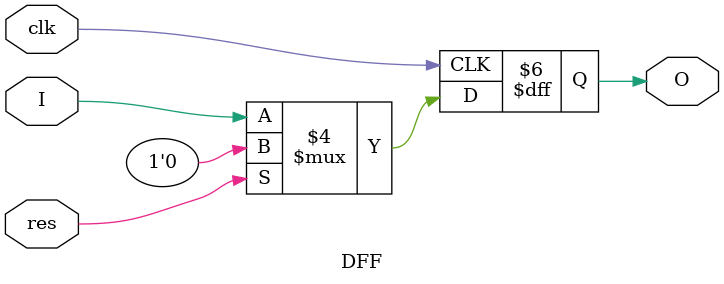
<source format=v>
`timescale 1ns / 1ps
module DFF(
    input I,
    input clk,
    input res,
    output reg O
    );
		always @(posedge clk)  // D-flip flop logic
		begin
		 if(res==1'b1) 		// reset signal
		  O <= 1'b0; 
		 else  				
		  O <= I;  		   // output's the input value for every clock edge
		end 



endmodule

</source>
